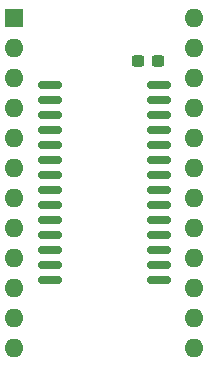
<source format=gbr>
%TF.GenerationSoftware,KiCad,Pcbnew,7.0.7*%
%TF.CreationDate,2025-03-10T13:51:10-04:00*%
%TF.ProjectId,6116 NVRAM,36313136-204e-4565-9241-4d2e6b696361,rev?*%
%TF.SameCoordinates,Original*%
%TF.FileFunction,Soldermask,Top*%
%TF.FilePolarity,Negative*%
%FSLAX46Y46*%
G04 Gerber Fmt 4.6, Leading zero omitted, Abs format (unit mm)*
G04 Created by KiCad (PCBNEW 7.0.7) date 2025-03-10 13:51:10*
%MOMM*%
%LPD*%
G01*
G04 APERTURE LIST*
G04 Aperture macros list*
%AMRoundRect*
0 Rectangle with rounded corners*
0 $1 Rounding radius*
0 $2 $3 $4 $5 $6 $7 $8 $9 X,Y pos of 4 corners*
0 Add a 4 corners polygon primitive as box body*
4,1,4,$2,$3,$4,$5,$6,$7,$8,$9,$2,$3,0*
0 Add four circle primitives for the rounded corners*
1,1,$1+$1,$2,$3*
1,1,$1+$1,$4,$5*
1,1,$1+$1,$6,$7*
1,1,$1+$1,$8,$9*
0 Add four rect primitives between the rounded corners*
20,1,$1+$1,$2,$3,$4,$5,0*
20,1,$1+$1,$4,$5,$6,$7,0*
20,1,$1+$1,$6,$7,$8,$9,0*
20,1,$1+$1,$8,$9,$2,$3,0*%
G04 Aperture macros list end*
%ADD10RoundRect,0.150000X-0.875000X-0.150000X0.875000X-0.150000X0.875000X0.150000X-0.875000X0.150000X0*%
%ADD11O,1.600000X1.600000*%
%ADD12R,1.600000X1.600000*%
%ADD13RoundRect,0.237500X0.300000X0.237500X-0.300000X0.237500X-0.300000X-0.237500X0.300000X-0.237500X0*%
G04 APERTURE END LIST*
D10*
%TO.C,U1*%
X143178000Y-70165000D03*
X143178000Y-71435000D03*
X143178000Y-72705000D03*
X143178000Y-73975000D03*
X143178000Y-75245000D03*
X143178000Y-76515000D03*
X143178000Y-77785000D03*
X143178000Y-79055000D03*
X143178000Y-80325000D03*
X143178000Y-81595000D03*
X143178000Y-82865000D03*
X143178000Y-84135000D03*
X143178000Y-85405000D03*
X143178000Y-86675000D03*
X152478000Y-86675000D03*
X152478000Y-85405000D03*
X152478000Y-84135000D03*
X152478000Y-82865000D03*
X152478000Y-81595000D03*
X152478000Y-80325000D03*
X152478000Y-79055000D03*
X152478000Y-77785000D03*
X152478000Y-76515000D03*
X152478000Y-75245000D03*
X152478000Y-73975000D03*
X152478000Y-72705000D03*
X152478000Y-71435000D03*
X152478000Y-70165000D03*
%TD*%
D11*
%TO.C,J1*%
X155443000Y-64445000D03*
X155443000Y-66985000D03*
X155443000Y-69525000D03*
X155443000Y-72065000D03*
X155443000Y-74605000D03*
X155443000Y-77145000D03*
X155443000Y-79685000D03*
X155443000Y-82225000D03*
X155443000Y-84765000D03*
X155443000Y-87305000D03*
X155443000Y-89845000D03*
X155443000Y-92385000D03*
X140203000Y-92385000D03*
X140203000Y-89845000D03*
X140203000Y-87305000D03*
X140203000Y-84765000D03*
X140203000Y-82225000D03*
X140203000Y-79685000D03*
X140203000Y-77145000D03*
X140203000Y-74605000D03*
X140203000Y-72065000D03*
X140203000Y-69525000D03*
X140203000Y-66985000D03*
D12*
X140203000Y-64445000D03*
%TD*%
D13*
%TO.C,C1*%
X150675000Y-68072000D03*
X152400000Y-68072000D03*
%TD*%
M02*

</source>
